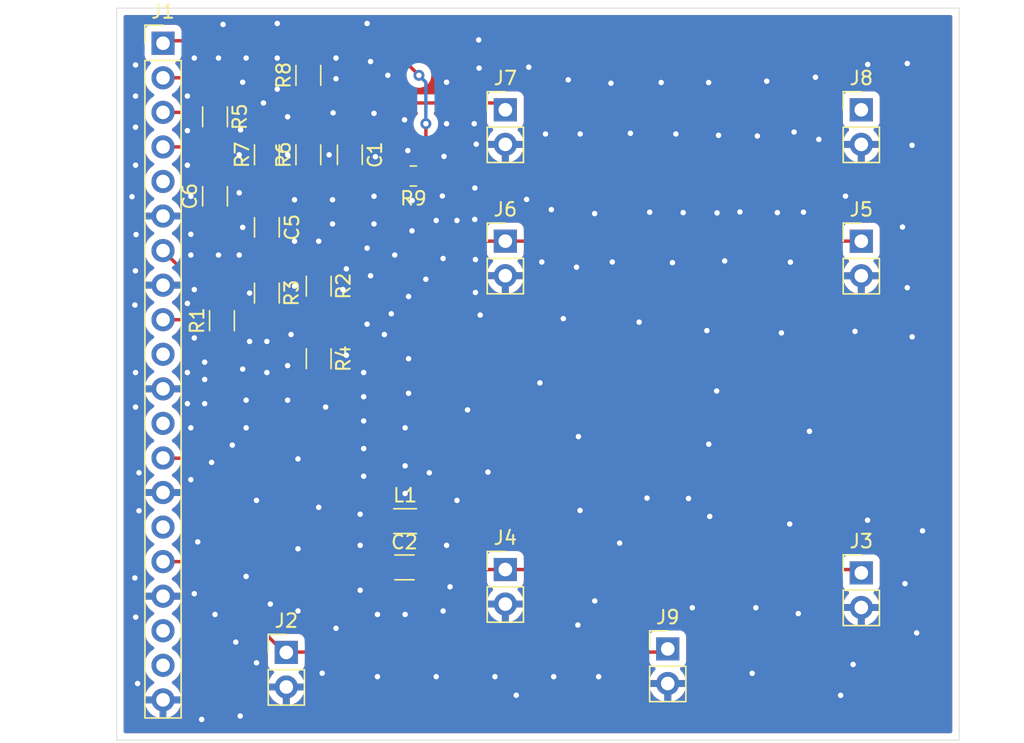
<source format=kicad_pcb>
(kicad_pcb (version 20211014) (generator pcbnew)
  (layers (0 "F.Cu" signal) (31 "B.Cu" signal) (34 "B.Paste" user) (35 "F.Paste" user) (36 "B.SilkS" user "B.Silkscreen") (37 "F.SilkS" user "F.Silkscreen") (38 "B.Mask" user) (39 "F.Mask" user) (44 "Edge.Cuts" user))
  (net 0 "")
  (net 1 "GND")
  (net 2 "bpf_ant")
  (net 3 "3V3")
  (net 4 "rfrx0_false")
  (net 5 "rfrx1_false")
  (net 6 "rfrx1_pwm")
  (net 7 "rfrx1_true")
  (net 9 "bpf_lvds")
  (net 12 "rfrx0_pwm")
  (net 14 "TX0")
  (net 17 "PWR")
  (footprint "Connector_PinHeader_2.54mm:PinHeader_1x02_P2.54mm_Vertical" (layer "F.Cu") (at 105.41 81.275)
    (fp_text reference "J8" (at 0 -2.33) (layer "F.SilkS"))
    (fp_text value "Connector_Generic_Conn_01x02")
    (fp_line (start -1.33 0) (end -1.33 -1.33) (layer "F.SilkS") (width 0.12))
    (fp_line (start -1.33 3.87) (end 1.33 3.87) (layer "F.SilkS") (width 0.12))
    (fp_line (start 1.33 1.27) (end 1.33 3.87) (layer "F.SilkS") (width 0.12))
    (fp_line (start -1.33 1.27) (end -1.33 3.87) (layer "F.SilkS") (width 0.12))
    (fp_line (start -1.33 -1.33) (end 0 -1.33) (layer "F.SilkS") (width 0.12))
    (fp_line (start -1.33 1.27) (end 1.33 1.27) (layer "F.SilkS") (width 0.12))
    (pad "1" thru_hole rect (at 0 0) (size 1.7 1.7) (drill 1) (layers *.Cu *.Mask))
    (pad "2" thru_hole oval (at 0 2.54) (size 1.7 1.7) (drill 1) (layers *.Cu *.Mask) (net 1 "GND"))
  )
  (footprint "Connector_PinHeader_2.54mm:PinHeader_1x02_P2.54mm_Vertical" (layer "F.Cu") (at 79.248 81.275)
    (fp_text reference "J7" (at 0 -2.33) (layer "F.SilkS"))
    (fp_text value "Connector_Generic_Conn_01x02")
    (fp_line (start -1.33 3.87) (end 1.33 3.87) (layer "F.SilkS") (width 0.12))
    (fp_line (start -1.33 1.27) (end 1.33 1.27) (layer "F.SilkS") (width 0.12))
    (fp_line (start -1.33 0) (end -1.33 -1.33) (layer "F.SilkS") (width 0.12))
    (fp_line (start -1.33 1.27) (end -1.33 3.87) (layer "F.SilkS") (width 0.12))
    (fp_line (start 1.33 1.27) (end 1.33 3.87) (layer "F.SilkS") (width 0.12))
    (fp_line (start -1.33 -1.33) (end 0 -1.33) (layer "F.SilkS") (width 0.12))
    (pad "1" thru_hole rect (at 0 0) (size 1.7 1.7) (drill 1) (layers *.Cu *.Mask) (net 7 "rfrx1_true"))
    (pad "2" thru_hole oval (at 0 2.54) (size 1.7 1.7) (drill 1) (layers *.Cu *.Mask) (net 1 "GND"))
  )
  (footprint "Resistor_SMD:R_1206_3216Metric" (layer "F.Cu") (at 64.77 84.582 90)
    (fp_text reference "R6" (at 0 -1.82 90) (layer "F.SilkS"))
    (fp_text value "R")
    (fp_line (start -0.727064 0.91) (end 0.727064 0.91) (layer "F.SilkS") (width 0.12))
    (fp_line (start -0.727064 -0.91) (end 0.727064 -0.91) (layer "F.SilkS") (width 0.12))
    (pad "1" smd roundrect (at -1.4625 0 90) (size 1.125 1.75) (layers "F.Cu" "F.Paste" "F.Mask") (roundrect_rratio 0.2222222222) (net 3 "3V3"))
    (pad "2" smd roundrect (at 1.4625 0 90) (size 1.125 1.75) (layers "F.Cu" "F.Paste" "F.Mask") (roundrect_rratio 0.2222222222) (net 7 "rfrx1_true"))
  )
  (footprint "Capacitor_SMD:C_1206_3216Metric" (layer "F.Cu") (at 67.818 84.582 -90)
    (fp_text reference "C1" (at 0 -1.85 90) (layer "F.SilkS"))
    (fp_text value "C")
    (fp_line (start -0.711252 0.91) (end 0.711252 0.91) (layer "F.SilkS") (width 0.12))
    (fp_line (start -0.711252 -0.91) (end 0.711252 -0.91) (layer "F.SilkS") (width 0.12))
    (pad "1" smd roundrect (at -1.475 0 270) (size 1.15 1.8) (layers "F.Cu" "F.Paste" "F.Mask") (roundrect_rratio 0.2173913043) (net 1 "GND"))
    (pad "2" smd roundrect (at 1.475 0 270) (size 1.15 1.8) (layers "F.Cu" "F.Paste" "F.Mask") (roundrect_rratio 0.2173913043) (net 3 "3V3"))
  )
  (footprint "Connector_PinHeader_2.54mm:PinHeader_1x02_P2.54mm_Vertical" (layer "F.Cu") (at 105.41 115.311)
    (fp_text reference "J3" (at 0 -2.33) (layer "F.SilkS"))
    (fp_text value "Connector_Generic_Conn_01x02")
    (fp_line (start -1.33 3.87) (end 1.33 3.87) (layer "F.SilkS") (width 0.12))
    (fp_line (start 1.33 1.27) (end 1.33 3.87) (layer "F.SilkS") (width 0.12))
    (fp_line (start -1.33 -1.33) (end 0 -1.33) (layer "F.SilkS") (width 0.12))
    (fp_line (start -1.33 0) (end -1.33 -1.33) (layer "F.SilkS") (width 0.12))
    (fp_line (start -1.33 1.27) (end -1.33 3.87) (layer "F.SilkS") (width 0.12))
    (fp_line (start -1.33 1.27) (end 1.33 1.27) (layer "F.SilkS") (width 0.12))
    (pad "1" thru_hole rect (at 0 0) (size 1.7 1.7) (drill 1) (layers *.Cu *.Mask) (net 2 "bpf_ant"))
    (pad "2" thru_hole oval (at 0 2.54) (size 1.7 1.7) (drill 1) (layers *.Cu *.Mask) (net 1 "GND"))
  )
  (footprint "Resistor_SMD:R_1206_3216Metric" (layer "F.Cu") (at 58.42 96.774 90)
    (fp_text reference "R1" (at 0 -1.82 90) (layer "F.SilkS"))
    (fp_text value "R")
    (fp_line (start -0.727064 -0.91) (end 0.727064 -0.91) (layer "F.SilkS") (width 0.12))
    (fp_line (start -0.727064 0.91) (end 0.727064 0.91) (layer "F.SilkS") (width 0.12))
    (pad "1" smd roundrect (at -1.4625 0 90) (size 1.125 1.75) (layers "F.Cu" "F.Paste" "F.Mask") (roundrect_rratio 0.2222222222) (net 12 "rfrx0_pwm"))
    (pad "2" smd roundrect (at 1.4625 0 90) (size 1.125 1.75) (layers "F.Cu" "F.Paste" "F.Mask") (roundrect_rratio 0.2222222222) (net 4 "rfrx0_false"))
  )
  (footprint "Inductor_SMD:L_1206_3216Metric" (layer "F.Cu") (at 71.882 111.506)
    (fp_text reference "L1" (at 0 -1.9) (layer "F.SilkS"))
    (fp_text value "L")
    (fp_line (start -0.835242 0.91) (end 0.835242 0.91) (layer "F.SilkS") (width 0.12))
    (fp_line (start -0.835242 -0.91) (end 0.835242 -0.91) (layer "F.SilkS") (width 0.12))
    (pad "1" smd roundrect (at -1.575 0) (size 1.05 1.9) (layers "F.Cu" "F.Paste" "F.Mask") (roundrect_rratio 0.2380952381) (net 9 "bpf_lvds"))
    (pad "2" smd roundrect (at 1.575 0) (size 1.05 1.9) (layers "F.Cu" "F.Paste" "F.Mask") (roundrect_rratio 0.2380952381) (net 2 "bpf_ant"))
  )
  (footprint "Connector_PinHeader_2.54mm:PinHeader_1x02_P2.54mm_Vertical" (layer "F.Cu") (at 79.248 115.062)
    (fp_text reference "J4" (at 0 -2.33) (layer "F.SilkS"))
    (fp_text value "Connector_Generic_Conn_01x02")
    (fp_line (start 1.33 1.27) (end 1.33 3.87) (layer "F.SilkS") (width 0.12))
    (fp_line (start -1.33 -1.33) (end 0 -1.33) (layer "F.SilkS") (width 0.12))
    (fp_line (start -1.33 1.27) (end 1.33 1.27) (layer "F.SilkS") (width 0.12))
    (fp_line (start -1.33 1.27) (end -1.33 3.87) (layer "F.SilkS") (width 0.12))
    (fp_line (start -1.33 0) (end -1.33 -1.33) (layer "F.SilkS") (width 0.12))
    (fp_line (start -1.33 3.87) (end 1.33 3.87) (layer "F.SilkS") (width 0.12))
    (pad "1" thru_hole rect (at 0 0) (size 1.7 1.7) (drill 1) (layers *.Cu *.Mask) (net 2 "bpf_ant"))
    (pad "2" thru_hole oval (at 0 2.54) (size 1.7 1.7) (drill 1) (layers *.Cu *.Mask) (net 1 "GND"))
  )
  (footprint "Connector_PinHeader_2.54mm:PinHeader_1x02_P2.54mm_Vertical" (layer "F.Cu") (at 63.15 121.155)
    (fp_text reference "J2" (at 0 -2.33) (layer "F.SilkS"))
    (fp_text value "Connector_Generic_Conn_01x02")
    (fp_line (start -1.33 3.87) (end 1.33 3.87) (layer "F.SilkS") (width 0.12))
    (fp_line (start -1.33 -1.33) (end 0 -1.33) (layer "F.SilkS") (width 0.12))
    (fp_line (start -1.33 0) (end -1.33 -1.33) (layer "F.SilkS") (width 0.12))
    (fp_line (start 1.33 1.27) (end 1.33 3.87) (layer "F.SilkS") (width 0.12))
    (fp_line (start -1.33 1.27) (end 1.33 1.27) (layer "F.SilkS") (width 0.12))
    (fp_line (start -1.33 1.27) (end -1.33 3.87) (layer "F.SilkS") (width 0.12))
    (pad "1" thru_hole rect (at 0 0) (size 1.7 1.7) (drill 1) (layers *.Cu *.Mask) (net 14 "TX0"))
    (pad "2" thru_hole oval (at 0 2.54) (size 1.7 1.7) (drill 1) (layers *.Cu *.Mask) (net 1 "GND"))
  )
  (footprint "Connector_PinHeader_2.54mm:PinHeader_1x02_P2.54mm_Vertical" (layer "F.Cu") (at 105.41 90.932)
    (fp_text reference "J5" (at 0 -2.33) (layer "F.SilkS"))
    (fp_text value "Connector_Generic_Conn_01x02")
    (fp_line (start -1.33 -1.33) (end 0 -1.33) (layer "F.SilkS") (width 0.12))
    (fp_line (start -1.33 3.87) (end 1.33 3.87) (layer "F.SilkS") (width 0.12))
    (fp_line (start 1.33 1.27) (end 1.33 3.87) (layer "F.SilkS") (width 0.12))
    (fp_line (start -1.33 1.27) (end -1.33 3.87) (layer "F.SilkS") (width 0.12))
    (fp_line (start -1.33 1.27) (end 1.33 1.27) (layer "F.SilkS") (width 0.12))
    (fp_line (start -1.33 0) (end -1.33 -1.33) (layer "F.SilkS") (width 0.12))
    (pad "1" thru_hole rect (at 0 0) (size 1.7 1.7) (drill 1) (layers *.Cu *.Mask) (net 9 "bpf_lvds"))
    (pad "2" thru_hole oval (at 0 2.54) (size 1.7 1.7) (drill 1) (layers *.Cu *.Mask) (net 1 "GND"))
  )
  (footprint "Resistor_SMD:R_1206_3216Metric" (layer "F.Cu") (at 61.722 94.742 -90)
    (fp_text reference "R3" (at 0 -1.82 90) (layer "F.SilkS"))
    (fp_text value "R")
    (fp_line (start -0.727064 -0.91) (end 0.727064 -0.91) (layer "F.SilkS") (width 0.12))
    (fp_line (start -0.727064 0.91) (end 0.727064 0.91) (layer "F.SilkS") (width 0.12))
    (pad "1" smd roundrect (at -1.4625 0 270) (size 1.125 1.75) (layers "F.Cu" "F.Paste" "F.Mask") (roundrect_rratio 0.2222222222) (net 4 "rfrx0_false"))
    (pad "2" smd roundrect (at 1.4625 0 270) (size 1.125 1.75) (layers "F.Cu" "F.Paste" "F.Mask") (roundrect_rratio 0.2222222222) (net 9 "bpf_lvds"))
  )
  (footprint "Resistor_SMD:R_1206_3216Metric" (layer "F.Cu") (at 65.532 99.568 -90)
    (fp_text reference "R4" (at 0 -1.82 90) (layer "F.SilkS"))
    (fp_text value "R")
    (fp_line (start -0.727064 -0.91) (end 0.727064 -0.91) (layer "F.SilkS") (width 0.12))
    (fp_line (start -0.727064 0.91) (end 0.727064 0.91) (layer "F.SilkS") (width 0.12))
    (pad "1" smd roundrect (at -1.4625 0 270) (size 1.125 1.75) (layers "F.Cu" "F.Paste" "F.Mask") (roundrect_rratio 0.2222222222) (net 9 "bpf_lvds"))
    (pad "2" smd roundrect (at 1.4625 0 270) (size 1.125 1.75) (layers "F.Cu" "F.Paste" "F.Mask") (roundrect_rratio 0.2222222222) (net 1 "GND"))
  )
  (footprint "Capacitor_SMD:C_1206_3216Metric" (layer "F.Cu") (at 57.912 87.63 90)
    (fp_text reference "C6" (at 0 -1.85 90) (layer "F.SilkS"))
    (fp_text value "C")
    (fp_line (start -0.711252 -0.91) (end 0.711252 -0.91) (layer "F.SilkS") (width 0.12))
    (fp_line (start -0.711252 0.91) (end 0.711252 0.91) (layer "F.SilkS") (width 0.12))
    (pad "1" smd roundrect (at -1.475 0 90) (size 1.15 1.8) (layers "F.Cu" "F.Paste" "F.Mask") (roundrect_rratio 0.2173913043) (net 1 "GND"))
    (pad "2" smd roundrect (at 1.475 0 90) (size 1.15 1.8) (layers "F.Cu" "F.Paste" "F.Mask") (roundrect_rratio 0.2173913043) (net 5 "rfrx1_false"))
  )
  (footprint "Connector_PinHeader_2.54mm:PinHeader_1x02_P2.54mm_Vertical" (layer "F.Cu") (at 79.248 90.927)
    (fp_text reference "J6" (at 0 -2.33) (layer "F.SilkS"))
    (fp_text value "Connector_Generic_Conn_01x02")
    (fp_line (start 1.33 1.27) (end 1.33 3.87) (layer "F.SilkS") (width 0.12))
    (fp_line (start -1.33 -1.33) (end 0 -1.33) (layer "F.SilkS") (width 0.12))
    (fp_line (start -1.33 1.27) (end 1.33 1.27) (layer "F.SilkS") (width 0.12))
    (fp_line (start -1.33 3.87) (end 1.33 3.87) (layer "F.SilkS") (width 0.12))
    (fp_line (start -1.33 0) (end -1.33 -1.33) (layer "F.SilkS") (width 0.12))
    (fp_line (start -1.33 1.27) (end -1.33 3.87) (layer "F.SilkS") (width 0.12))
    (pad "1" thru_hole rect (at 0 0) (size 1.7 1.7) (drill 1) (layers *.Cu *.Mask) (net 9 "bpf_lvds"))
    (pad "2" thru_hole oval (at 0 2.54) (size 1.7 1.7) (drill 1) (layers *.Cu *.Mask) (net 1 "GND"))
  )
  (footprint "Connector_PinHeader_2.54mm:PinHeader_1x02_P2.54mm_Vertical" (layer "F.Cu") (at 91.186 120.899)
    (fp_text reference "J9" (at 0 -2.33) (layer "F.SilkS"))
    (fp_text value "Connector_Generic_Conn_01x02")
    (fp_line (start -1.33 0) (end -1.33 -1.33) (layer "F.SilkS") (width 0.12))
    (fp_line (start -1.33 1.27) (end -1.33 3.87) (layer "F.SilkS") (width 0.12))
    (fp_line (start -1.33 1.27) (end 1.33 1.27) (layer "F.SilkS") (width 0.12))
    (fp_line (start -1.33 3.87) (end 1.33 3.87) (layer "F.SilkS") (width 0.12))
    (fp_line (start 1.33 1.27) (end 1.33 3.87) (layer "F.SilkS") (width 0.12))
    (fp_line (start -1.33 -1.33) (end 0 -1.33) (layer "F.SilkS") (width 0.12))
    (pad "1" thru_hole rect (at 0 0) (size 1.7 1.7) (drill 1) (layers *.Cu *.Mask) (net 14 "TX0"))
    (pad "2" thru_hole oval (at 0 2.54) (size 1.7 1.7) (drill 1) (layers *.Cu *.Mask) (net 1 "GND"))
  )
  (footprint "Resistor_SMD:R_1206_3216Metric" (layer "F.Cu") (at 64.77 78.74 90)
    (fp_text reference "R8" (at 0 -1.82 90) (layer "F.SilkS"))
    (fp_text value "R")
    (fp_line (start -0.727064 0.91) (end 0.727064 0.91) (layer "F.SilkS") (width 0.12))
    (fp_line (start -0.727064 -0.91) (end 0.727064 -0.91) (layer "F.SilkS") (width 0.12))
    (pad "1" smd roundrect (at -1.4625 0 90) (size 1.125 1.75) (layers "F.Cu" "F.Paste" "F.Mask") (roundrect_rratio 0.2222222222) (net 7 "rfrx1_true"))
    (pad "2" smd roundrect (at 1.4625 0 90) (size 1.125 1.75) (layers "F.Cu" "F.Paste" "F.Mask") (roundrect_rratio 0.2222222222) (net 1 "GND"))
  )
  (footprint "Capacitor_SMD:C_1206_3216Metric" (layer "F.Cu") (at 61.722 89.916 -90)
    (fp_text reference "C5" (at 0 -1.85 90) (layer "F.SilkS"))
    (fp_text value "C")
    (fp_line (start -0.711252 0.91) (end 0.711252 0.91) (layer "F.SilkS") (width 0.12))
    (fp_line (start -0.711252 -0.91) (end 0.711252 -0.91) (layer "F.SilkS") (width 0.12))
    (pad "1" smd roundrect (at -1.475 0 270) (size 1.15 1.8) (layers "F.Cu" "F.Paste" "F.Mask") (roundrect_rratio 0.2173913043) (net 1 "GND"))
    (pad "2" smd roundrect (at 1.475 0 270) (size 1.15 1.8) (layers "F.Cu" "F.Paste" "F.Mask") (roundrect_rratio 0.2173913043) (net 4 "rfrx0_false"))
  )
  (footprint "Resistor_SMD:R_1206_3216Metric" (layer "F.Cu") (at 57.912 81.788 -90)
    (fp_text reference "R5" (at 0 -1.82 90) (layer "F.SilkS"))
    (fp_text value "R")
    (fp_line (start -0.727064 -0.91) (end 0.727064 -0.91) (layer "F.SilkS") (width 0.12))
    (fp_line (start -0.727064 0.91) (end 0.727064 0.91) (layer "F.SilkS") (width 0.12))
    (pad "1" smd roundrect (at -1.4625 0 270) (size 1.125 1.75) (layers "F.Cu" "F.Paste" "F.Mask") (roundrect_rratio 0.2222222222) (net 6 "rfrx1_pwm"))
    (pad "2" smd roundrect (at 1.4625 0 270) (size 1.125 1.75) (layers "F.Cu" "F.Paste" "F.Mask") (roundrect_rratio 0.2222222222) (net 5 "rfrx1_false"))
  )
  (footprint "Resistor_SMD:R_0805_2012Metric" (layer "F.Cu") (at 72.49 86.14 180)
    (fp_text reference "R9" (at 0 -1.65) (layer "F.SilkS"))
    (fp_text value "R")
    (fp_line (start -0.227064 -0.735) (end 0.227064 -0.735) (layer "F.SilkS") (width 0.12))
    (fp_line (start -0.227064 0.735) (end 0.227064 0.735) (layer "F.SilkS") (width 0.12))
    (pad "1" smd roundrect (at -0.9125 0 180) (size 1.025 1.4) (layers "F.Cu" "F.Paste" "F.Mask") (roundrect_rratio 0.243902439) (net 17 "PWR"))
    (pad "2" smd roundrect (at 0.9125 0 180) (size 1.025 1.4) (layers "F.Cu" "F.Paste" "F.Mask") (roundrect_rratio 0.243902439) (net 3 "3V3"))
  )
  (footprint "Connector_PinHeader_2.54mm:PinHeader_1x20_P2.54mm_Vertical" (layer "F.Cu") (at 54.09 76.382)
    (fp_text reference "J1" (at 0 -2.33) (layer "F.SilkS"))
    (fp_text value "Connector_Generic_Conn_01x20")
    (fp_line (start -1.33 1.27) (end 1.33 1.27) (layer "F.SilkS") (width 0.12))
    (fp_line (start 1.33 1.27) (end 1.33 49.59) (layer "F.SilkS") (width 0.12))
    (fp_line (start -1.33 -1.33) (end 0 -1.33) (layer "F.SilkS") (width 0.12))
    (fp_line (start -1.33 49.59) (end 1.33 49.59) (layer "F.SilkS") (width 0.12))
    (fp_line (start -1.33 1.27) (end -1.33 49.59) (layer "F.SilkS") (width 0.12))
    (fp_line (start -1.33 0) (end -1.33 -1.33) (layer "F.SilkS") (width 0.12))
    (pad "1" thru_hole rect (at 0 0) (size 1.7 1.7) (drill 1) (layers *.Cu *.Mask) (net 17 "PWR"))
    (pad "2" thru_hole oval (at 0 2.54) (size 1.7 1.7) (drill 1) (layers *.Cu *.Mask) (net 6 "rfrx1_pwm"))
    (pad "3" thru_hole oval (at 0 5.08) (size 1.7 1.7) (drill 1) (layers *.Cu *.Mask) (net 7 "rfrx1_true"))
    (pad "4" thru_hole oval (at 0 7.62) (size 1.7 1.7) (drill 1) (layers *.Cu *.Mask) (net 5 "rfrx1_false"))
    (pad "5" thru_hole oval (at 0 10.16) (size 1.7 1.7) (drill 1) (layers *.Cu *.Mask))
    (pad "6" thru_hole oval (at 0 12.7) (size 1.7 1.7) (drill 1) (layers *.Cu *.Mask) (net 1 "GND"))
    (pad "7" thru_hole oval (at 0 15.24) (size 1.7 1.7) (drill 1) (layers *.Cu *.Mask) (net 4 "rfrx0_false"))
    (pad "8" thru_hole oval (at 0 17.78) (size 1.7 1.7) (drill 1) (layers *.Cu *.Mask) (net 1 "GND"))
    (pad "9" thru_hole oval (at 0 20.32) (size 1.7 1.7) (drill 1) (layers *.Cu *.Mask) (net 9 "bpf_lvds"))
    (pad "10" thru_hole oval (at 0 22.86) (size 1.7 1.7) (drill 1) (layers *.Cu *.Mask))
    (pad "11" thru_hole oval (at 0 25.4) (size 1.7 1.7) (drill 1) (layers *.Cu *.Mask) (net 1 "GND"))
    (pad "12" thru_hole oval (at 0 27.94) (size 1.7 1.7) (drill 1) (layers *.Cu *.Mask))
    (pad "13" thru_hole oval (at 0 30.48) (size 1.7 1.7) (drill 1) (layers *.Cu *.Mask) (net 12 "rfrx0_pwm"))
    (pad "14" thru_hole oval (at 0 33.02) (size 1.7 1.7) (drill 1) (layers *.Cu *.Mask) (net 1 "GND"))
    (pad "15" thru_hole oval (at 0 35.56) (size 1.7 1.7) (drill 1) (layers *.Cu *.Mask))
    (pad "16" thru_hole oval (at 0 38.1) (size 1.7 1.7) (drill 1) (layers *.Cu *.Mask) (net 14 "TX0"))
    (pad "17" thru_hole oval (at 0 40.64) (size 1.7 1.7) (drill 1) (layers *.Cu *.Mask) (net 1 "GND"))
    (pad "18" thru_hole oval (at 0 43.18) (size 1.7 1.7) (drill 1) (layers *.Cu *.Mask))
    (pad "19" thru_hole oval (at 0 45.72) (size 1.7 1.7) (drill 1) (layers *.Cu *.Mask))
    (pad "20" thru_hole oval (at 0 48.26) (size 1.7 1.7) (drill 1) (layers *.Cu *.Mask) (net 1 "GND"))
  )
  (footprint "Resistor_SMD:R_1206_3216Metric" (layer "F.Cu") (at 65.532 94.234 -90)
    (fp_text reference "R2" (at 0 -1.82 90) (layer "F.SilkS"))
    (fp_text value "R")
    (fp_line (start -0.727064 -0.91) (end 0.727064 -0.91) (layer "F.SilkS") (width 0.12))
    (fp_line (start -0.727064 0.91) (end 0.727064 0.91) (layer "F.SilkS") (width 0.12))
    (pad "1" smd roundrect (at -1.4625 0 270) (size 1.125 1.75) (layers "F.Cu" "F.Paste" "F.Mask") (roundrect_rratio 0.2222222222) (net 3 "3V3"))
    (pad "2" smd roundrect (at 1.4625 0 270) (size 1.125 1.75) (layers "F.Cu" "F.Paste" "F.Mask") (roundrect_rratio 0.2222222222) (net 9 "bpf_lvds"))
  )
  (footprint "Capacitor_SMD:C_1206_3216Metric" (layer "F.Cu") (at 71.832 114.906)
    (fp_text reference "C2" (at 0 -1.85) (layer "F.SilkS"))
    (fp_text value "C")
    (fp_line (start -0.711252 0.91) (end 0.711252 0.91) (layer "F.SilkS") (width 0.12))
    (fp_line (start -0.711252 -0.91) (end 0.711252 -0.91) (layer "F.SilkS") (width 0.12))
    (pad "1" smd roundrect (at -1.475 0) (size 1.15 1.8) (layers "F.Cu" "F.Paste" "F.Mask") (roundrect_rratio 0.2173913043) (net 1 "GND"))
    (pad "2" smd roundrect (at 1.475 0) (size 1.15 1.8) (layers "F.Cu" "F.Paste" "F.Mask") (roundrect_rratio 0.2173913043) (net 2 "bpf_ant"))
  )
  (footprint "Resistor_SMD:R_1206_3216Metric" (layer "F.Cu") (at 61.722 84.582 90)
    (fp_text reference "R7" (at 0 -1.82 90) (layer "F.SilkS"))
    (fp_text value "R")
    (fp_line (start -0.727064 0.91) (end 0.727064 0.91) (layer "F.SilkS") (width 0.12))
    (fp_line (start -0.727064 -0.91) (end 0.727064 -0.91) (layer "F.SilkS") (width 0.12))
    (pad "1" smd roundrect (at -1.4625 0 90) (size 1.125 1.75) (layers "F.Cu" "F.Paste" "F.Mask") (roundrect_rratio 0.2222222222) (net 5 "rfrx1_false"))
    (pad "2" smd roundrect (at 1.4625 0 90) (size 1.125 1.75) (layers "F.Cu" "F.Paste" "F.Mask") (roundrect_rratio 0.2222222222) (net 7 "rfrx1_true"))
  )
  (gr_rect (start 50.69 73.8) (end 112.6 127.6) (layer "Edge.Cuts") (width 0.05) (fill none))
  (via (at 59.944 79.248) (size 0.8) (drill 0.4) (layers "F.Cu" "B.Cu") (net 1))
  (via (at 69.342 93.472) (size 0.8) (drill 0.4) (layers "F.Cu" "B.Cu") (net 1))
  (via (at 68.834 108.204) (size 0.8) (drill 0.4) (layers "F.Cu" "B.Cu") (net 1))
  (via (at 59.69 87.376) (size 0.8) (drill 0.4) (layers "F.Cu" "B.Cu") (net 1))
  (via (at 59.182 105.918) (size 0.8) (drill 0.4) (layers "F.Cu" "B.Cu") (net 1))
  (via (at 58.166 77.47) (size 0.8) (drill 0.4) (layers "F.Cu" "B.Cu") (net 1))
  (via (at 108.79 77.87) (size 0.8) (drill 0.4) (layers "F.Cu" "B.Cu") (net 1))
  (via (at 73.406 93.726) (size 0.8) (drill 0.4) (layers "F.Cu" "B.Cu") (net 1))
  (via (at 57.912 118.364) (size 0.8) (drill 0.4) (layers "F.Cu" "B.Cu") (net 1))
  (via (at 85.81 88.9) (size 0.8) (drill 0.4) (layers "F.Cu" "B.Cu") (net 1))
  (via (at 109.91 112.22) (size 0.8) (drill 0.4) (layers "F.Cu" "B.Cu") (net 1))
  (via (at 75.184 116.332) (size 0.8) (drill 0.4) (layers "F.Cu" "B.Cu") (net 1))
  (via (at 85.82 117.37) (size 0.8) (drill 0.4) (layers "F.Cu" "B.Cu") (net 1))
  (via (at 101.6 104.902) (size 0.8) (drill 0.4) (layers "F.Cu" "B.Cu") (net 1))
  (via (at 68.58 116.586) (size 0.8) (drill 0.4) (layers "F.Cu" "B.Cu") (net 1))
  (via (at 61.976 117.602) (size 0.8) (drill 0.4) (layers "F.Cu" "B.Cu") (net 1))
  (via (at 109.48 119.72) (size 0.8) (drill 0.4) (layers "F.Cu" "B.Cu") (net 1))
  (via (at 69.088 97.028) (size 0.8) (drill 0.4) (layers "F.Cu" "B.Cu") (net 1))
  (via (at 56.642 113.03) (size 0.8) (drill 0.4) (layers "F.Cu" "B.Cu") (net 1))
  (via (at 69.596 87.63) (size 0.8) (drill 0.4) (layers "F.Cu" "B.Cu") (net 1))
  (via (at 74.168 89.408) (size 0.8) (drill 0.4) (layers "F.Cu" "B.Cu") (net 1))
  (via (at 77.4 96.36) (size 0.8) (drill 0.4) (layers "F.Cu" "B.Cu") (net 1))
  (via (at 62.484 77.47) (size 0.8) (drill 0.4) (layers "F.Cu" "B.Cu") (net 1))
  (via (at 72.08 84.27) (size 0.8) (drill 0.4) (layers "F.Cu" "B.Cu") (net 1))
  (via (at 58.166 91.948) (size 0.8) (drill 0.4) (layers "F.Cu" "B.Cu") (net 1))
  (via (at 60.198 102.616) (size 0.8) (drill 0.4) (layers "F.Cu" "B.Cu") (net 1))
  (via (at 72.39 90.17) (size 0.8) (drill 0.4) (layers "F.Cu" "B.Cu") (net 1))
  (via (at 68.834 100.584) (size 0.8) (drill 0.4) (layers "F.Cu" "B.Cu") (net 1))
  (via (at 63.754 90.932) (size 0.8) (drill 0.4) (layers "F.Cu" "B.Cu") (net 1))
  (via (at 94.06 97.5) (size 0.8) (drill 0.4) (layers "F.Cu" "B.Cu") (net 1))
  (via (at 64.008 113.538) (size 0.8) (drill 0.4) (layers "F.Cu" "B.Cu") (net 1))
  (via (at 97.39 122.69) (size 0.8) (drill 0.4) (layers "F.Cu" "B.Cu") (net 1))
  (via (at 56.134 108.458) (size 0.8) (drill 0.4) (layers "F.Cu" "B.Cu") (net 1))
  (via (at 66.548 87.884) (size 0.8) (drill 0.4) (layers "F.Cu" "B.Cu") (net 1))
  (via (at 91.53 92.51) (size 0.8) (drill 0.4) (layers "F.Cu" "B.Cu") (net 1))
  (via (at 52.02 115.68) (size 0.8) (drill 0.4) (layers "F.Cu" "B.Cu") (net 1))
  (via (at 72.136 102.108) (size 0.8) (drill 0.4) (layers "F.Cu" "B.Cu") (net 1))
  (via (at 71.84 82.01) (size 0.8) (drill 0.4) (layers "F.Cu" "B.Cu") (net 1))
  (via (at 100.15 111.72) (size 0.8) (drill 0.4) (layers "F.Cu" "B.Cu") (net 1))
  (via (at 100.47 82.91) (size 0.8) (drill 0.4) (layers "F.Cu" "B.Cu") (net 1))
  (via (at 88.44 83) (size 0.8) (drill 0.4) (layers "F.Cu" "B.Cu") (net 1))
  (via (at 67.31 94.488) (size 0.8) (drill 0.4) (layers "F.Cu" "B.Cu") (net 1))
  (via (at 84.75 83.05) (size 0.8) (drill 0.4) (layers "F.Cu" "B.Cu") (net 1))
  (via (at 77.11 83.8) (size 0.8) (drill 0.4) (layers "F.Cu" "B.Cu") (net 1))
  (via (at 99.24 88.83) (size 0.8) (drill 0.4) (layers "F.Cu" "B.Cu") (net 1))
  (via (at 102.29 83.45) (size 0.8) (drill 0.4) (layers "F.Cu" "B.Cu") (net 1))
  (via (at 89.86 88.8) (size 0.8) (drill 0.4) (layers "F.Cu" "B.Cu") (net 1))
  (via (at 52.07 103.124) (size 0.8) (drill 0.4) (layers "F.Cu" "B.Cu") (net 1))
  (via (at 89.66 109.81) (size 0.8) (drill 0.4) (layers "F.Cu" "B.Cu") (net 1))
  (via (at 90.7 79.27) (size 0.8) (drill 0.4) (layers "F.Cu" "B.Cu") (net 1))
  (via (at 96.49 88.78) (size 0.8) (drill 0.4) (layers "F.Cu" "B.Cu") (net 1))
  (via (at 57.15 102.87) (size 0.8) (drill 0.4) (layers "F.Cu" "B.Cu") (net 1))
  (via (at 61.722 100.584) (size 0.8) (drill 0.4) (layers "F.Cu" "B.Cu") (net 1))
  (via (at 105.88 77.94) (size 0.8) (drill 0.4) (layers "F.Cu" "B.Cu") (net 1))
  (via (at 60.96 121.92) (size 0.8) (drill 0.4) (layers "F.Cu" "B.Cu") (net 1))
  (via (at 60.198 115.57) (size 0.8) (drill 0.4) (layers "F.Cu" "B.Cu") (net 1))
  (via (at 52.07 77.978) (size 0.8) (drill 0.4) (layers "F.Cu" "B.Cu") (net 1))
  (via (at 56.388 77.47) (size 0.8) (drill 0.4) (layers "F.Cu" "B.Cu") (net 1))
  (via (at 63.754 94.234) (size 0.8) (drill 0.4) (layers "F.Cu" "B.Cu") (net 1))
  (via (at 55.88 85.344) (size 0.8) (drill 0.4) (layers "F.Cu" "B.Cu") (net 1))
  (via (at 80.05 124.3) (size 0.8) (drill 0.4) (layers "F.Cu" "B.Cu") (net 1))
  (via (at 108.62 116.1) (size 0.8) (drill 0.4) (layers "F.Cu" "B.Cu") (net 1))
  (via (at 74.93 113.284) (size 0.8) (drill 0.4) (layers "F.Cu" "B.Cu") (net 1))
  (via (at 109.15 97.96) (size 0.8) (drill 0.4) (layers "F.Cu" "B.Cu") (net 1))
  (via (at 69.85 122.936) (size 0.8) (drill 0.4) (layers "F.Cu" "B.Cu") (net 1))
  (via (at 66.802 78.994) (size 0.8) (drill 0.4) (layers "F.Cu" "B.Cu") (net 1))
  (via (at 63.246 81.788) (size 0.8) (drill 0.4) (layers "F.Cu" "B.Cu") (net 1))
  (via (at 109.14 83.88) (size 0.8) (drill 0.4) (layers "F.Cu" "B.Cu") (net 1))
  (via (at 98.46 79.17) (size 0.8) (drill 0.4) (layers "F.Cu" "B.Cu") (net 1))
  (via (at 77.29 76.14) (size 0.8) (drill 0.4) (layers "F.Cu" "B.Cu") (net 1))
  (via (at 94.2 105.85) (size 0.8) (drill 0.4) (layers "F.Cu" "B.Cu") (net 1))
  (via (at 102.04 78.88) (size 0.8) (drill 0.4) (layers "F.Cu" "B.Cu") (net 1))
  (via (at 84.58 119.14) (size 0.8) (drill 0.4) (layers "F.Cu" "B.Cu") (net 1))
  (via (at 82.2 83.05) (size 0.8) (drill 0.4) (layers "F.Cu" "B.Cu") (net 1))
  (via (at 100.78 118.3) (size 0.8) (drill 0.4) (layers "F.Cu" "B.Cu") (net 1))
  (via (at 68.834 106.172) (size 0.8) (drill 0.4) (layers "F.Cu" "B.Cu") (net 1))
  (via (at 57.15 99.822) (size 0.8) (drill 0.4) (layers "F.Cu" "B.Cu") (net 1))
  (via (at 74.676 92.202) (size 0.8) (drill 0.4) (layers "F.Cu" "B.Cu") (net 1))
  (via (at 52.07 85.344) (size 0.8) (drill 0.4) (layers "F.Cu" "B.Cu") (net 1))
  (via (at 64.008 118.11) (size 0.8) (drill 0.4) (layers "F.Cu" "B.Cu") (net 1))
  (via (at 51.81 87.66) (size 0.8) (drill 0.4) (layers "F.Cu" "B.Cu") (net 1))
  (via (at 56.134 91.948) (size 0.8) (drill 0.4) (layers "F.Cu" "B.Cu") (net 1))
  (via (at 83.51 96.62) (size 0.8) (drill 0.4) (layers "F.Cu" "B.Cu") (net 1))
  (via (at 77.32 78.21) (size 0.8) (drill 0.4) (layers "F.Cu" "B.Cu") (net 1))
  (via (at 81.788 101.346) (size 0.8) (drill 0.4) (layers "F.Cu" "B.Cu") (net 1))
  (via (at 55.88 102.87) (size 0.8) (drill 0.4) (layers "F.Cu" "B.Cu") (net 1))
  (via (at 76.962 82.296) (size 0.8) (drill 0.4) (layers "F.Cu" "B.Cu") (net 1))
  (via (at 108.44 89.89) (size 0.8) (drill 0.4) (layers "F.Cu" "B.Cu") (net 1))
  (via (at 55.88 80.264) (size 0.8) (drill 0.4) (layers "F.Cu" "B.Cu") (net 1))
  (via (at 66.294 84.582) (size 0.8) (drill 0.4) (layers "F.Cu" "B.Cu") (net 1))
  (via (at 87.01 79.32) (size 0.8) (drill 0.4) (layers "F.Cu" "B.Cu") (net 1))
  (via (at 60.452 98.298) (size 0.8) (drill 0.4) (layers "F.Cu" "B.Cu") (net 1))
  (via (at 69.088 74.93) (size 0.8) (drill 0.4) (layers "F.Cu" "B.Cu") (net 1))
  (via (at 69.7 84.72) (size 0.8) (drill 0.4) (layers "F.Cu" "B.Cu") (net 1))
  (via (at 52.324 107.95) (size 0.8) (drill 0.4) (layers "F.Cu" "B.Cu") (net 1))
  (via (at 57.658 107.188) (size 0.8) (drill 0.4) (layers "F.Cu" "B.Cu") (net 1))
  (via (at 75.692 109.982) (size 0.8) (drill 0.4) (layers "F.Cu" "B.Cu") (net 1))
  (via (at 77.01 87.02) (size 0.8) (drill 0.4) (layers "F.Cu" "B.Cu") (net 1))
  (via (at 92.99 117.87) (size 0.8) (drill 0.4) (layers "F.Cu" "B.Cu") (net 1))
  (via (at 66.548 89.662) (size 0.8) (drill 0.4) (layers "F.Cu" "B.Cu") (net 1))
  (via (at 80.81 87.86) (size 0.8) (drill 0.4) (layers "F.Cu" "B.Cu") (net 1))
  (via (at 60.198 104.648) (size 0.8) (drill 0.4) (layers "F.Cu" "B.Cu") (net 1))
  (via (at 57.15 101.092) (size 0.8) (drill 0.4) (layers "F.Cu" "B.Cu") (net 1))
  (via (at 64.008 106.934) (size 0.8) (drill 0.4) (layers "F.Cu" "B.Cu") (net 1))
  (via (at 52.06 93.11) (size 0.8) (drill 0.4) (layers "F.Cu" "B.Cu") (net 1))
  (via (at 89.08 96.88) (size 0.8) (drill 0.4) (layers "F.Cu" "B.Cu") (net 1))
  (via (at 60.198 77.47) (size 0.8) (drill 0.4) (layers "F.Cu" "B.Cu") (net 1))
  (via (at 52.22 123.44) (size 0.8) (drill 0.4) (layers "F.Cu" "B.Cu") (net 1))
  (via (at 77.05 92.28) (size 0.8) (drill 0.4) (layers "F.Cu" "B.Cu") (net 1))
  (via (at 87.11 92.46) (size 0.8) (drill 0.4) (layers "F.Cu" "B.Cu") (net 1))
  (via (at 104.95 97.56) (size 0.8) (drill 0.4) (layers "F.Cu" "B.Cu") (net 1))
  (via (at 61.468 80.772) (size 0.8) (drill 0.4) (layers "F.Cu" "B.Cu") (net 1))
  (via (at 67.564 99.314) (size 0.8) (drill 0.4) (layers "F.Cu" "B.Cu") (net 1))
  (via (at 62.484 74.93) (size 0.8) (drill 0.4) (layers "F.Cu" "B.Cu") (net 1))
  (via (at 72.136 99.568) (size 0.8) (drill 0.4) (layers "F.Cu" "B.Cu") (net 1))
  (via (at 67.564 92.964) (size 0.8) (drill 0.4) (layers "F.Cu" "B.Cu") (net 1))
  (via (at 69.596 89.662) (size 0.8) (drill 0.4) (layers "F.Cu" "B.Cu") (net 1))
  (via (at 65.786 122.682) (size 0.8) (drill 0.4) (layers "F.Cu" "B.Cu") (net 1))
  (via (at 71.882 118.364) (size 0.8) (drill 0.4) (layers "F.Cu" "B.Cu") (net 1))
  (via (at 104.81 122.04) (size 0.8) (drill 0.4) (layers "F.Cu" "B.Cu") (net 1))
  (via (at 72.4 87.94) (size 0.8) (drill 0.4) (layers "F.Cu" "B.Cu") (net 1))
  (via (at 56.134 87.63) (size 0.8) (drill 0.4) (layers "F.Cu" "B.Cu") (net 1))
  (via (at 78.486 122.936) (size 0.8) (drill 0.4) (layers "F.Cu" "B.Cu") (net 1))
  (via (at 65.532 90.932) (size 0.8) (drill 0.4) (layers "F.Cu" "B.Cu") (net 1))
  (via (at 108.79 94.35) (size 0.8) (drill 0.4) (layers "F.Cu" "B.Cu") (net 1))
  (via (at 59.69 84.582) (size 0.8) (drill 0.4) (layers "F.Cu" "B.Cu") (net 1))
  (via (at 103.89 124.31) (size 0.8) (drill 0.4) (layers "F.Cu" "B.Cu") (net 1))
  (via (at 74.74 84.7) (size 0.8) (drill 0.4) (layers "F.Cu" "B.Cu") (net 1))
  (via (at 94.19 79.27) (size 0.8) (drill 0.4) (layers "F.Cu" "B.Cu") (net 1))
  (via (at 63.246 84.582) (size 0.8) (drill 0.4) (layers "F.Cu" "B.Cu") (net 1))
  (via (at 59.944 89.916) (size 0.8) (drill 0.4) (layers "F.Cu" "B.Cu") (net 1))
  (via (at 84.62 105.29) (size 0.8) (drill 0.4) (layers "F.Cu" "B.Cu") (net 1))
  (via (at 71.12 91.948) (size 0.8) (drill 0.4) (layers "F.Cu" "B.Cu") (net 1))
  (via (at 69.342 77.724) (size 0.8) (drill 0.4) (layers "F.Cu" "B.Cu") (net 1))
  (via (at 71.882 107.442) (size 0.8) (drill 0.4) (layers "F.Cu" "B.Cu") (net 1))
  (via (at 59.69 91.948) (size 0.8) (drill 0.4) (layers "F.Cu" "B.Cu") (net 1))
  (via (at 58.5 75) (size 0.8) (drill 0.4) (layers "F.Cu" "B.Cu") (net 1))
  (via (at 80.97 78.14) (size 0.8) (drill 0.4) (layers "F.Cu" "B.Cu") (net 1))
  (via (at 59.76 125.83) (size 0.8) (drill 0.4) (layers "F.Cu" "B.Cu") (net 1))
  (via (at 63.754 87.884) (size 0.8) (drill 0.4) (layers "F.Cu" "B.Cu") (net 1))
  (via (at 99.54 97.67) (size 0.8) (drill 0.4) (layers "F.Cu" "B.Cu") (net 1))
  (via (at 97.77 83.2) (size 0.8) (drill 0.4) (layers "F.Cu" "B.Cu") (net 1))
  (via (at 59.79 82.75) (size 0.8) (drill 0.4) (layers "F.Cu" "B.Cu") (net 1))
  (via (at 69.596 81.534) (size 0.8) (drill 0.4) (layers "F.Cu" "B.Cu") (net 1))
  (via (at 74.93 82.296) (size 0.8) (drill 0.4) (layers "F.Cu" "B.Cu") (net 1))
  (via (at 87.65 113.12) (size 0.8) (drill 0.4) (layers "F.Cu" "B.Cu") (net 1))
  (via (at 75.692 89.408) (size 0.8) (drill 0.4) (layers "F.Cu" "B.Cu") (net 1))
  (via (at 52.02 95.62) (size 0.8) (drill 0.4) (layers "F.Cu" "B.Cu") (net 1))
  (via (at 56.388 94.488) (size 0.8) (drill 0.4) (layers "F.Cu" "B.Cu") (net 1))
  (via (at 62.484 79.756) (size 0.8) (drill 0.4) (layers "F.Cu" "B.Cu") (net 1))
  (via (at 56.93 126.08) (size 0.8) (drill 0.4) (layers "F.Cu" "B.Cu") (net 1))
  (via (at 104.25 87.62) (size 0.8) (drill 0.4) (layers "F.Cu" "B.Cu") (net 1))
  (via (at 60.452 94.742) (size 0.8) (drill 0.4) (layers "F.Cu" "B.Cu") (net 1))
  (via (at 56.134 90.424) (size 0.8) (drill 0.4) (layers "F.Cu" "B.Cu") (net 1))
  (via (at 68.834 104.14) (size 0.8) (drill 0.4) (layers "F.Cu" "B.Cu") (net 1))
  (via (at 66.802 77.47) (size 0.8) (drill 0.4) (layers "F.Cu" "B.Cu") (net 1))
  (via (at 55.88 95.504) (size 0.8) (drill 0.4) (layers "F.Cu" "B.Cu") (net 1))
  (via (at 70.612 78.74) (size 0.8) (drill 0.4) (layers "F.Cu" "B.Cu") (net 1))
  (via (at 69.85 118.364) (size 0.8) (drill 0.4) (layers "F.Cu" "B.Cu") (net 1))
  (via (at 52.11 90.44) (size 0.8) (drill 0.4) (layers "F.Cu" "B.Cu") (net 1))
  (via (at 84.74 110.72) (size 0.8) (drill 0.4) (layers "F.Cu" "B.Cu") (net 1))
  (via (at 94.81 88.85) (size 0.8) (drill 0.4) (layers "F.Cu" "B.Cu") (net 1))
  (via (at 84.48 92.84) (size 0.8) (drill 0.4) (layers "F.Cu" "B.Cu") (net 1))
  (via (at 94.92 83.15) (size 0.8) (drill 0.4) (layers "F.Cu" "B.Cu") (net 1))
  (via (at 77.05 94.7) (size 0.8) (drill 0.4) (layers "F.Cu" "B.Cu") (net 1))
  (via (at 59.436 120.396) (size 0.8) (drill 0.4) (layers "F.Cu" "B.Cu") (net 1))
  (via (at 74.93 79.248) (size 0.8) (drill 0.4) (layers "F.Cu" "B.Cu") (net 1))
  (via (at 105.87 111.44) (size 0.8) (drill 0.4) (layers "F.Cu" "B.Cu") (net 1))
  (via (at 72.136 94.996) (size 0.8) (drill 0.4) (layers "F.Cu" "B.Cu") (net 1))
  (via (at 73.66 107.95) (size 0.8) (drill 0.4) (layers "F.Cu" "B.Cu") (net 1))
  (via (at 61.722 98.298) (size 0.8) (drill 0.4) (layers "F.Cu" "B.Cu") (net 1))
  (via (at 52.07 100.584) (size 0.8) (drill 0.4) (layers "F.Cu" "B.Cu") (net 1))
  (via (at 69.088 91.44) (size 0.8) (drill 0.4) (layers "F.Cu" "B.Cu") (net 1))
  (via (at 56.134 104.648) (size 0.8) (drill 0.4) (layers "F.Cu" "B.Cu") (net 1))
  (via (at 52.07 82.55) (size 0.8) (drill 0.4) (layers "F.Cu" "B.Cu") (net 1))
  (via (at 70.358 97.79) (size 0.8) (drill 0.4) (layers "F.Cu" "B.Cu") (net 1))
  (via (at 100.2 92.47) (size 0.8) (drill 0.4) (layers "F.Cu" "B.Cu") (net 1))
  (via (at 94.78 101.94) (size 0.8) (drill 0.4) (layers "F.Cu" "B.Cu") (net 1))
  (via (at 76.47 103.33) (size 0.8) (drill 0.4) (layers "F.Cu" "B.Cu") (net 1))
  (via (at 74.62 87.61) (size 0.8) (drill 0.4) (layers "F.Cu" "B.Cu") (net 1))
  (via (at 70.866 96.266) (size 0.8) (drill 0.4) (layers "F.Cu" "B.Cu") (net 1))
  (via (at 92.71 109.84) (size 0.8) (drill 0.4) (layers "F.Cu" "B.Cu") (net 1))
  (via (at 101.16 88.8) (size 0.8) (drill 0.4) (layers "F.Cu" "B.Cu") (net 1))
  (via (at 52.07 80.264) (size 0.8) (drill 0.4) (layers "F.Cu" "B.Cu") (net 1))
  (via (at 59.944 100.33) (size 0.8) (drill 0.4) (layers "F.Cu" "B.Cu") (net 1))
  (via (at 77 89.33) (size 0.8) (drill 0.4) (layers "F.Cu" "B.Cu") (net 1))
  (via (at 56.388 116.84) (size 0.8) (drill 0.4) (layers "F.Cu" "B.Cu") (net 1))
  (via (at 63.246 100.076) (size 0.8) (drill 0.4) (layers "F.Cu" "B.Cu") (net 1))
  (via (at 56.388 98.044) (size 0.8) (drill 0.4) (layers "F.Cu" "B.Cu") (net 1))
  (via (at 68.58 110.998) (size 0.8) (drill 0.4) (layers "F.Cu" "B.Cu") (net 1))
  (via (at 55.88 82.804) (size 0.8) (drill 0.4) (layers "F.Cu" "B.Cu") (net 1))
  (via (at 81.93 92.46) (size 0.8) (drill 0.4) (layers "F.Cu" "B.Cu") (net 1))
  (via (at 86.106 122.936) (size 0.8) (drill 0.4) (layers "F.Cu" "B.Cu") (net 1))
  (via (at 66.802 119.38) (size 0.8) (drill 0.4) (layers "F.Cu" "B.Cu") (net 1))
  (via (at 52.324 110.744) (size 0.8) (drill 0.4) (layers "F.Cu" "B.Cu") (net 1))
  (via (at 94.27 111.16) (size 0.8) (drill 0.4) (layers "F.Cu" "B.Cu") (net 1))
  (via (at 68.834 102.362) (size 0.8) (drill 0.4) (layers "F.Cu" "B.Cu") (net 1))
  (via (at 66.04 103.124) (size 0.8) (drill 0.4) (layers "F.Cu" "B.Cu") (net 1))
  (via (at 68.58 113.284) (size 0.8) (drill 0.4) (layers "F.Cu" "B.Cu") (net 1))
  (via (at 71.882 109.474) (size 0.8) (drill 0.4) (layers "F.Cu" "B.Cu") (net 1))
  (via (at 95.37 92.38) (size 0.8) (drill 0.4) (layers "F.Cu" "B.Cu") (net 1))
  (via (at 74.676 118.11) (size 0.8) (drill 0.4) (layers "F.Cu" "B.Cu") (net 1))
  (via (at 77.97 107.9) (size 0.8) (drill 0.4) (layers "F.Cu" "B.Cu") (net 1))
  (via (at 74.168 122.936) (size 0.8) (drill 0.4) (layers "F.Cu" "B.Cu") (net 1))
  (via (at 82.63 88.61) (size 0.8) (drill 0.4) (layers "F.Cu" "B.Cu") (net 1))
  (via (at 52.08 118.56) (size 0.8) (drill 0.4) (layers "F.Cu" "B.Cu") (net 1))
  (via (at 82.804 122.936) (size 0.8) (drill 0.4) (layers "F.Cu" "B.Cu") (net 1))
  (via (at 55.88 100.584) (size 0.8) (drill 0.4) (layers "F.Cu" "B.Cu") (net 1))
  (via (at 66.59 81.5) (size 0.8) (drill 0.4) (layers "F.Cu" "B.Cu") (net 1))
  (via (at 63.246 102.616) (size 0.8) (drill 0.4) (layers "F.Cu" "B.Cu") (net 1))
  (via (at 92.32 88.83) (size 0.8) (drill 0.4) (layers "F.Cu" "B.Cu") (net 1))
  (via (at 60.96 109.982) (size 0.8) (drill 0.4) (layers "F.Cu" "B.Cu") (net 1))
  (via (at 65.532 110.49) (size 0.8) (drill 0.4) (layers "F.Cu" "B.Cu") (net 1))
  (via (at 71.882 104.648) (size 0.8) (drill 0.4) (layers "F.Cu" "B.Cu") (net 1))
  (via (at 83.87 79.07) (size 0.8) (drill 0.4) (layers "F.Cu" "B.Cu") (net 1))
  (via (at 63.5 97.79) (size 0.8) (drill 0.4) (layers "F.Cu" "B.Cu") (net 1))
  (via (at 91.78 83.05) (size 0.8) (drill 0.4) (layers "F.Cu" "B.Cu") (net 1))
  (via (at 97.66 117.87) (size 0.8) (drill 0.4) (layers "F.Cu" "B.Cu") (net 1))
  (segment (start 105.41 115.311) (end 105.415 115.311) (width 0.25) (layer "F.Cu") (net 2))
  (segment (start 73.66 115.062) (end 78.994 115.062) (width 0.25) (layer "F.Cu") (net 2))
  (segment (start 73.307 114.906) (end 73.307 111.859) (width 0.25) (layer "F.Cu") (net 2))
  (segment (start 105.415 115.311) (end 105.664 115.062) (width 0.25) (layer "F.Cu") (net 2))
  (segment (start 79.248 115.062) (end 105.664 115.062) (width 0.25) (layer "F.Cu") (net 2))
  (segment (start 73.307 111.859) (end 73.66 111.506) (width 0.25) (layer "F.Cu") (net 2))
  (segment (start 68.0105 86.0445) (end 68.072 86.106) (width 0.25) (layer "F.Cu") (net 3))
  (segment (start 64.77 86.0445) (end 68.0105 86.0445) (width 0.25) (layer "F.Cu") (net 3))
  (segment (start 69.342 86.106) (end 71.594 86.106) (width 0.25) (layer "F.Cu") (net 3))
  (segment (start 68.072 90.2315) (end 68.072 86.106) (width 0.25) (layer "F.Cu") (net 3))
  (segment (start 68.072 86.106) (end 69.342 86.106) (width 0.25) (layer "F.Cu") (net 3))
  (segment (start 65.532 92.7715) (end 68.072 90.2315) (width 0.25) (layer "F.Cu") (net 3))
  (segment (start 54.09 91.622) (end 55.686 93.218) (width 0.25) (layer "F.Cu") (net 4))
  (segment (start 58.42 94.488) (end 57.15 93.218) (width 0.25) (layer "F.Cu") (net 4))
  (segment (start 57.15 93.218) (end 61.468 93.218) (width 0.25) (layer "F.Cu") (net 4))
  (segment (start 55.686 93.218) (end 57.15 93.218) (width 0.25) (layer "F.Cu") (net 4))
  (segment (start 61.468 93.218) (end 61.468 91.44) (width 0.25) (layer "F.Cu") (net 4))
  (segment (start 58.42 95.3115) (end 58.42 94.488) (width 0.25) (layer "F.Cu") (net 4))
  (segment (start 57.912 86.155) (end 61.165 86.155) (width 0.25) (layer "F.Cu") (net 5))
  (segment (start 57.912 84.946) (end 56.968 84.002) (width 0.25) (layer "F.Cu") (net 5))
  (segment (start 56.968 84.002) (end 57.404 83.566) (width 0.25) (layer "F.Cu") (net 5))
  (segment (start 61.165 86.155) (end 61.468 85.852) (width 0.25) (layer "F.Cu") (net 5))
  (segment (start 57.912 86.155) (end 57.912 84.946) (width 0.25) (layer "F.Cu") (net 5))
  (segment (start 54.09 84.002) (end 56.968 84.002) (width 0.25) (layer "F.Cu") (net 5))
  (segment (start 54.09 78.922) (end 56.316 78.922) (width 0.25) (layer "F.Cu") (net 6))
  (segment (start 56.316 78.922) (end 57.912 80.518) (width 0.25) (layer "F.Cu") (net 6))
  (segment (start 65.278 80.264) (end 71.882 80.264) (width 0.25) (layer "F.Cu") (net 7))
  (segment (start 71.882 80.264) (end 72.39 80.772) (width 0.25) (layer "F.Cu") (net 7))
  (segment (start 54.09 81.462) (end 60.126 81.462) (width 0.25) (layer "F.Cu") (net 7))
  (segment (start 64.516 83.058) (end 65.278 82.296) (width 0.25) (layer "F.Cu") (net 7))
  (segment (start 61.722 83.058) (end 64.516 83.058) (width 0.25) (layer "F.Cu") (net 7))
  (segment (start 60.126 81.462) (end 61.722 83.058) (width 0.25) (layer "F.Cu") (net 7))
  (segment (start 78.74 80.772) (end 79.248 81.28) (width 0.25) (layer "F.Cu") (net 7))
  (segment (start 72.39 80.772) (end 78.74 80.772) (width 0.25) (layer "F.Cu") (net 7))
  (segment (start 65.278 82.296) (end 65.278 80.264) (width 0.25) (layer "F.Cu") (net 7))
  (segment (start 70.307 100.025) (end 65.786 95.504) (width 0.25) (layer "F.Cu") (net 9))
  (segment (start 65.532 95.6965) (end 69.4035 95.6965) (width 0.25) (layer "F.Cu") (net 9))
  (segment (start 61.54 96.702) (end 61.976 96.266) (width 0.25) (layer "F.Cu") (net 9))
  (segment (start 65.786 98.044) (end 65.532 98.298) (width 0.25) (layer "F.Cu") (net 9))
  (segment (start 54.09 96.702) (end 61.54 96.702) (width 0.25) (layer "F.Cu") (net 9))
  (segment (start 79.248 90.927) (end 105.405 90.927) (width 0.25) (layer "F.Cu") (net 9))
  (segment (start 69.4035 95.6965) (end 74.173 90.927) (width 0.25) (layer "F.Cu") (net 9))
  (segment (start 105.405 90.927) (end 105.41 90.932) (width 0.25) (layer "F.Cu") (net 9))
  (segment (start 62.484 95.758) (end 65.786 95.758) (width 0.25) (layer "F.Cu") (net 9))
  (segment (start 65.786 95.758) (end 65.786 98.044) (width 0.25) (layer "F.Cu") (net 9))
  (segment (start 61.976 96.266) (end 62.484 95.758) (width 0.25) (layer "F.Cu") (net 9))
  (segment (start 79.248 90.927) (end 74.173 90.927) (width 0.25) (layer "F.Cu") (net 9))
  (segment (start 70.307 111.506) (end 70.307 100.025) (width 0.25) (layer "F.Cu") (net 9))
  (segment (start 54.03 106.88) (end 55.934 106.88) (width 0.25) (layer "F.Cu") (net 12))
  (segment (start 58.42 104.394) (end 58.42 98.298) (width 0.25) (layer "F.Cu") (net 12))
  (segment (start 55.934 106.88) (end 58.42 104.394) (width 0.25) (layer "F.Cu") (net 12))
  (segment (start 56.316 114.482) (end 63.246 121.412) (width 0.25) (layer "F.Cu") (net 14))
  (segment (start 90.81 121.13) (end 91 120.94) (width 0.25) (layer "F.Cu") (net 14))
  (segment (start 54.09 114.482) (end 56.316 114.482) (width 0.25) (layer "F.Cu") (net 14))
  (segment (start 63.2 121.13) (end 90.81 121.13) (width 0.25) (layer "F.Cu") (net 14))
  (segment (start 73.406 82.296) (end 73.41 82.3) (width 0.25) (layer "F.Cu") (net 17))
  (segment (start 73.41 82.3) (end 73.41 86.16) (width 0.25) (layer "F.Cu") (net 17))
  (segment (start 70.358 76.2) (end 54.102 76.2) (width 0.25) (layer "F.Cu") (net 17))
  (segment (start 72.898 78.74) (end 70.358 76.2) (width 0.25) (layer "F.Cu") (net 17))
  (via (at 73.406 82.296) (size 0.8) (drill 0.4) (layers "F.Cu" "B.Cu") (net 17))
  (via (at 72.898 78.74) (size 0.8) (drill 0.4) (layers "F.Cu" "B.Cu") (net 17))
  (segment (start 73.406 79.248) (end 72.898 78.74) (width 0.25) (layer "B.Cu") (net 17))
  (segment (start 73.406 82.296) (end 73.406 79.248) (width 0.25) (layer "B.Cu") (net 17))
  (zone (net 1) (net_name "GND") (layer "F.Cu") (connect_pads (clearance 0.508)) (min_thickness 0.254) (fill yes (thermal_gap 0.508) (thermal_bridge_width 0.508))
    (polygon (pts (xy 112.522 127.508) (xy 50.8 127.508) (xy 50.8 73.914) (xy 112.522 73.914)))
  )
  (zone (net 1) (net_name "GND") (layer "B.Cu") (connect_pads (clearance 0.508)) (min_thickness 0.254) (fill yes (thermal_gap 0.508) (thermal_bridge_width 0.508))
    (polygon (pts (xy 112.522 127.508) (xy 50.8 127.508) (xy 50.8 73.914) (xy 112.522 73.914)))
  )
)
</source>
